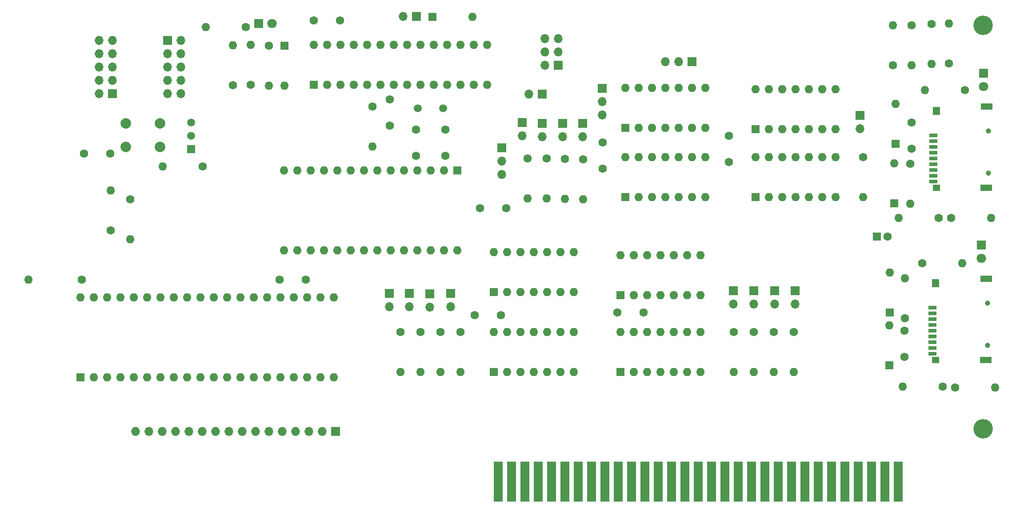
<source format=gbr>
%TF.GenerationSoftware,KiCad,Pcbnew,7.0.11+dfsg-1build4*%
%TF.CreationDate,2025-10-07T19:46:43-05:00*%
%TF.ProjectId,ISACard,49534143-6172-4642-9e6b-696361645f70,rev?*%
%TF.SameCoordinates,Original*%
%TF.FileFunction,Soldermask,Top*%
%TF.FilePolarity,Negative*%
%FSLAX46Y46*%
G04 Gerber Fmt 4.6, Leading zero omitted, Abs format (unit mm)*
G04 Created by KiCad (PCBNEW 7.0.11+dfsg-1build4) date 2025-10-07 19:46:43*
%MOMM*%
%LPD*%
G01*
G04 APERTURE LIST*
%ADD10C,1.600000*%
%ADD11O,1.600000X1.600000*%
%ADD12R,1.700000X1.700000*%
%ADD13O,1.700000X1.700000*%
%ADD14R,1.780000X7.620000*%
%ADD15R,1.600000X1.600000*%
%ADD16R,1.800000X1.800000*%
%ADD17C,1.800000*%
%ADD18R,1.500000X1.500000*%
%ADD19C,1.500000*%
%ADD20C,3.700000*%
%ADD21R,1.400000X1.600000*%
%ADD22C,1.000000*%
%ADD23R,2.200000X1.200000*%
%ADD24R,1.600000X0.700000*%
%ADD25R,1.400000X1.200000*%
%ADD26C,2.000000*%
G04 APERTURE END LIST*
D10*
%TO.C,R9*%
X119690000Y-81510000D03*
D11*
X119690000Y-89130000D03*
%TD*%
D10*
%TO.C,R4*%
X188540000Y-124490000D03*
D11*
X188540000Y-132110000D03*
%TD*%
D12*
%TO.C,JP7*%
X126750000Y-117160000D03*
D13*
X126750000Y-119700000D03*
%TD*%
D10*
%TO.C,R17*%
X87340000Y-92910000D03*
D11*
X79720000Y-92910000D03*
%TD*%
D10*
%TO.C,C15*%
X163560000Y-93380000D03*
X163560000Y-88380000D03*
%TD*%
D14*
%TO.C,J1*%
X219890000Y-153070000D03*
X217350000Y-153070000D03*
X214810000Y-153070000D03*
X212270000Y-153070000D03*
X209730000Y-153070000D03*
X207190000Y-153070000D03*
X204650000Y-153070000D03*
X202110000Y-153070000D03*
X199570000Y-153070000D03*
X197030000Y-153070000D03*
X194490000Y-153070000D03*
X191950000Y-153070000D03*
X189410000Y-153070000D03*
X186870000Y-153070000D03*
X184330000Y-153070000D03*
X181790000Y-153070000D03*
X179250000Y-153070000D03*
X176710000Y-153070000D03*
X174170000Y-153070000D03*
X171630000Y-153070000D03*
X169090000Y-153070000D03*
X166550000Y-153070000D03*
X164010000Y-153070000D03*
X161470000Y-153070000D03*
X158930000Y-153070000D03*
X156390000Y-153070000D03*
X153850000Y-153070000D03*
X151310000Y-153070000D03*
X148770000Y-153070000D03*
X146230000Y-153070000D03*
X143690000Y-153070000D03*
%TD*%
D12*
%TO.C,JP12*%
X159760000Y-84670000D03*
D13*
X159760000Y-87210000D03*
%TD*%
D15*
%TO.C,D6*%
X218230000Y-120770000D03*
D11*
X218230000Y-113150000D03*
%TD*%
D10*
%TO.C,C11*%
X171376000Y-120812000D03*
X166376000Y-120812000D03*
%TD*%
%TO.C,C3*%
X128000000Y-85860000D03*
X128000000Y-90860000D03*
%TD*%
D15*
%TO.C,U3*%
X166950000Y-117505000D03*
D11*
X169490000Y-117505000D03*
X172030000Y-117505000D03*
X174570000Y-117505000D03*
X177110000Y-117505000D03*
X179650000Y-117505000D03*
X182190000Y-117505000D03*
X182190000Y-109885000D03*
X179650000Y-109885000D03*
X177110000Y-109885000D03*
X174570000Y-109885000D03*
X172030000Y-109885000D03*
X169490000Y-109885000D03*
X166950000Y-109885000D03*
%TD*%
D12*
%TO.C,JP5*%
X134560000Y-117160000D03*
D13*
X134560000Y-119700000D03*
%TD*%
D10*
%TO.C,R12*%
X159800000Y-91550000D03*
D11*
X159800000Y-99170000D03*
%TD*%
D12*
%TO.C,JP3*%
X192370000Y-116640000D03*
D13*
X192370000Y-119180000D03*
%TD*%
D12*
%TO.C,JP10*%
X152040000Y-79120000D03*
D13*
X149500000Y-79120000D03*
%TD*%
D10*
%TO.C,R21*%
X226222000Y-65714000D03*
D11*
X226222000Y-73334000D03*
%TD*%
D15*
%TO.C,D9*%
X219364000Y-88580000D03*
D11*
X219364000Y-80960000D03*
%TD*%
D10*
%TO.C,R3*%
X192350000Y-124490000D03*
D11*
X192350000Y-132110000D03*
%TD*%
D10*
%TO.C,R5*%
X136470000Y-124490000D03*
D11*
X136470000Y-132110000D03*
%TD*%
D15*
%TO.C,D4*%
X218180000Y-130820000D03*
D11*
X218180000Y-123200000D03*
%TD*%
D10*
%TO.C,R31*%
X221120000Y-121890000D03*
D11*
X221120000Y-114270000D03*
%TD*%
D16*
%TO.C,D5*%
X236090000Y-75100000D03*
D17*
X236090000Y-77640000D03*
%TD*%
D10*
%TO.C,R20*%
X73590000Y-99190000D03*
D11*
X73590000Y-106810000D03*
%TD*%
D15*
%TO.C,U11*%
X108480000Y-77340000D03*
D11*
X111020000Y-77340000D03*
X113560000Y-77340000D03*
X116100000Y-77340000D03*
X118640000Y-77340000D03*
X121180000Y-77340000D03*
X123720000Y-77340000D03*
X126260000Y-77340000D03*
X128800000Y-77340000D03*
X131340000Y-77340000D03*
X133880000Y-77340000D03*
X136420000Y-77340000D03*
X138960000Y-77340000D03*
X141500000Y-77340000D03*
X141500000Y-69720000D03*
X138960000Y-69720000D03*
X136420000Y-69720000D03*
X133880000Y-69720000D03*
X131340000Y-69720000D03*
X128800000Y-69720000D03*
X126260000Y-69720000D03*
X123720000Y-69720000D03*
X121180000Y-69720000D03*
X118640000Y-69720000D03*
X116100000Y-69720000D03*
X113560000Y-69720000D03*
X111020000Y-69720000D03*
X108480000Y-69720000D03*
%TD*%
D12*
%TO.C,JP18*%
X144340000Y-89350000D03*
D13*
X144340000Y-91890000D03*
X144340000Y-94430000D03*
%TD*%
D12*
%TO.C,JP15*%
X148220000Y-84530000D03*
D13*
X148220000Y-87070000D03*
%TD*%
D12*
%TO.C,J5*%
X112700000Y-143460000D03*
D13*
X110160000Y-143460000D03*
X107620000Y-143460000D03*
X105080000Y-143460000D03*
X102540000Y-143460000D03*
X100000000Y-143460000D03*
X97460000Y-143460000D03*
X94920000Y-143460000D03*
X92380000Y-143460000D03*
X89840000Y-143460000D03*
X87300000Y-143460000D03*
X84760000Y-143460000D03*
X82220000Y-143460000D03*
X79680000Y-143460000D03*
X77140000Y-143460000D03*
X74600000Y-143460000D03*
%TD*%
D18*
%TO.C,Q1*%
X85110000Y-89580000D03*
D19*
X85110000Y-87040000D03*
X85110000Y-84500000D03*
%TD*%
D15*
%TO.C,C17*%
X215826000Y-106334000D03*
D10*
X217826000Y-106334000D03*
%TD*%
D20*
%TO.C,H1*%
X236000000Y-66000000D03*
%TD*%
D19*
%TO.C,Y1*%
X133180000Y-81830000D03*
X128300000Y-81830000D03*
%TD*%
D10*
%TO.C,R19*%
X69810000Y-105110000D03*
D11*
X69810000Y-97490000D03*
%TD*%
D10*
%TO.C,C14*%
X107020000Y-114540000D03*
X102020000Y-114540000D03*
%TD*%
%TO.C,R28*%
X227570000Y-102770000D03*
D11*
X219950000Y-102770000D03*
%TD*%
D12*
%TO.C,J3*%
X80630000Y-68850000D03*
D13*
X83170000Y-68850000D03*
X80630000Y-71390000D03*
X83170000Y-71390000D03*
X80630000Y-73930000D03*
X83170000Y-73930000D03*
X80630000Y-76470000D03*
X83170000Y-76470000D03*
X80630000Y-79010000D03*
X83170000Y-79010000D03*
%TD*%
D10*
%TO.C,C4*%
X133540000Y-90860000D03*
X133540000Y-85860000D03*
%TD*%
%TO.C,R25*%
X218856000Y-73588000D03*
D11*
X218856000Y-65968000D03*
%TD*%
D10*
%TO.C,R34*%
X93110000Y-77400000D03*
D11*
X93110000Y-69780000D03*
%TD*%
D10*
%TO.C,C2*%
X113480000Y-65050000D03*
X108480000Y-65050000D03*
%TD*%
D15*
%TO.C,U9*%
X167894000Y-85598000D03*
D11*
X170434000Y-85598000D03*
X172974000Y-85598000D03*
X175514000Y-85598000D03*
X178054000Y-85598000D03*
X180594000Y-85598000D03*
X183134000Y-85598000D03*
X183134000Y-77978000D03*
X180594000Y-77978000D03*
X178054000Y-77978000D03*
X175514000Y-77978000D03*
X172974000Y-77978000D03*
X170434000Y-77978000D03*
X167894000Y-77978000D03*
%TD*%
D12*
%TO.C,JP11*%
X212610000Y-83200000D03*
D13*
X212610000Y-85740000D03*
%TD*%
D10*
%TO.C,R13*%
X156390000Y-91500000D03*
D11*
X156390000Y-99120000D03*
%TD*%
D10*
%TO.C,R14*%
X152880000Y-91390000D03*
D11*
X152880000Y-99010000D03*
%TD*%
D10*
%TO.C,C5*%
X64760000Y-90470000D03*
X69760000Y-90470000D03*
%TD*%
D21*
%TO.C,U13*%
X227140000Y-82370000D03*
D22*
X237040000Y-86170000D03*
X237040000Y-94170000D03*
D23*
X236640000Y-96970000D03*
D24*
X226540000Y-86970000D03*
X226540000Y-88070000D03*
X226540000Y-89170000D03*
X226540000Y-90270000D03*
X226540000Y-91370000D03*
X226540000Y-92470000D03*
X226540000Y-93570000D03*
X226540000Y-94670000D03*
X226540000Y-95770000D03*
D25*
X227140000Y-96970000D03*
D23*
X236740000Y-81470000D03*
%TD*%
D10*
%TO.C,R7*%
X128850000Y-124490000D03*
D11*
X128850000Y-132110000D03*
%TD*%
D10*
%TO.C,C7*%
X222412000Y-84550000D03*
X222412000Y-89550000D03*
%TD*%
D12*
%TO.C,JP1*%
X200200000Y-116610000D03*
D13*
X200200000Y-119150000D03*
%TD*%
D12*
%TO.C,JP9*%
X128110000Y-64320000D03*
D13*
X125570000Y-64320000D03*
%TD*%
D10*
%TO.C,R15*%
X149280000Y-91440000D03*
D11*
X149280000Y-99060000D03*
%TD*%
D15*
%TO.C,U5*%
X64080000Y-133126000D03*
D11*
X66620000Y-133126000D03*
X69160000Y-133126000D03*
X71700000Y-133126000D03*
X74240000Y-133126000D03*
X76780000Y-133126000D03*
X79320000Y-133126000D03*
X81860000Y-133126000D03*
X84400000Y-133126000D03*
X86940000Y-133126000D03*
X89480000Y-133126000D03*
X92020000Y-133126000D03*
X94560000Y-133126000D03*
X97100000Y-133126000D03*
X99640000Y-133126000D03*
X102180000Y-133126000D03*
X104720000Y-133126000D03*
X107260000Y-133126000D03*
X109800000Y-133126000D03*
X112340000Y-133126000D03*
X112340000Y-117886000D03*
X109800000Y-117886000D03*
X107260000Y-117886000D03*
X104720000Y-117886000D03*
X102180000Y-117886000D03*
X99640000Y-117886000D03*
X97100000Y-117886000D03*
X94560000Y-117886000D03*
X92020000Y-117886000D03*
X89480000Y-117886000D03*
X86940000Y-117886000D03*
X84400000Y-117886000D03*
X81860000Y-117886000D03*
X79320000Y-117886000D03*
X76780000Y-117886000D03*
X74240000Y-117886000D03*
X71700000Y-117886000D03*
X69160000Y-117886000D03*
X66620000Y-117886000D03*
X64080000Y-117886000D03*
%TD*%
D10*
%TO.C,R11*%
X213160000Y-91160000D03*
D11*
X213160000Y-98780000D03*
%TD*%
D26*
%TO.C,SW1*%
X72740000Y-84720000D03*
X79240000Y-84720000D03*
X72740000Y-89220000D03*
X79240000Y-89220000D03*
%TD*%
D12*
%TO.C,JP13*%
X155960000Y-84710000D03*
D13*
X155960000Y-87250000D03*
%TD*%
D10*
%TO.C,C12*%
X144198000Y-121320000D03*
X139198000Y-121320000D03*
%TD*%
%TO.C,R32*%
X224450000Y-111350000D03*
D11*
X232070000Y-111350000D03*
%TD*%
D20*
%TO.C,H2*%
X236000000Y-142930000D03*
%TD*%
D10*
%TO.C,R2*%
X196160000Y-124490000D03*
D11*
X196160000Y-132110000D03*
%TD*%
D10*
%TO.C,R22*%
X229524000Y-73260000D03*
D11*
X229524000Y-65640000D03*
%TD*%
D10*
%TO.C,R23*%
X95560000Y-66330000D03*
D11*
X87940000Y-66330000D03*
%TD*%
D10*
%TO.C,R27*%
X230730000Y-135050000D03*
D11*
X238350000Y-135050000D03*
%TD*%
D10*
%TO.C,R24*%
X222412000Y-65968000D03*
D11*
X222412000Y-73588000D03*
%TD*%
D16*
%TO.C,D7*%
X235680000Y-107910000D03*
D17*
X235680000Y-110450000D03*
%TD*%
D21*
%TO.C,U12*%
X227010000Y-115230000D03*
D22*
X236910000Y-119030000D03*
X236910000Y-127030000D03*
D23*
X236510000Y-129830000D03*
D24*
X226410000Y-119830000D03*
X226410000Y-120930000D03*
X226410000Y-122030000D03*
X226410000Y-123130000D03*
X226410000Y-124230000D03*
X226410000Y-125330000D03*
X226410000Y-126430000D03*
X226410000Y-127530000D03*
X226410000Y-128630000D03*
D25*
X227010000Y-129830000D03*
D23*
X236610000Y-114330000D03*
%TD*%
D12*
%TO.C,JP4*%
X188430000Y-116600000D03*
D13*
X188430000Y-119140000D03*
%TD*%
D15*
%TO.C,U1*%
X166945000Y-132100000D03*
D11*
X169485000Y-132100000D03*
X172025000Y-132100000D03*
X174565000Y-132100000D03*
X177105000Y-132100000D03*
X179645000Y-132100000D03*
X182185000Y-132100000D03*
X182185000Y-124480000D03*
X179645000Y-124480000D03*
X177105000Y-124480000D03*
X174565000Y-124480000D03*
X172025000Y-124480000D03*
X169485000Y-124480000D03*
X166945000Y-124480000D03*
%TD*%
D10*
%TO.C,R1*%
X199970000Y-124490000D03*
D11*
X199970000Y-132110000D03*
%TD*%
D15*
%TO.C,U6*%
X192680000Y-98740000D03*
D11*
X195220000Y-98740000D03*
X197760000Y-98740000D03*
X200300000Y-98740000D03*
X202840000Y-98740000D03*
X205380000Y-98740000D03*
X207920000Y-98740000D03*
X207920000Y-91120000D03*
X205380000Y-91120000D03*
X202840000Y-91120000D03*
X200300000Y-91120000D03*
X197760000Y-91120000D03*
X195220000Y-91120000D03*
X192680000Y-91120000D03*
%TD*%
D15*
%TO.C,U4*%
X142815000Y-116860000D03*
D11*
X145355000Y-116860000D03*
X147895000Y-116860000D03*
X150435000Y-116860000D03*
X152975000Y-116860000D03*
X155515000Y-116860000D03*
X158055000Y-116860000D03*
X158055000Y-109240000D03*
X155515000Y-109240000D03*
X152975000Y-109240000D03*
X150435000Y-109240000D03*
X147895000Y-109240000D03*
X145355000Y-109240000D03*
X142815000Y-109240000D03*
%TD*%
D10*
%TO.C,C13*%
X145210000Y-100870000D03*
X140210000Y-100870000D03*
%TD*%
%TO.C,R29*%
X229890000Y-102750000D03*
D11*
X237510000Y-102750000D03*
%TD*%
D16*
%TO.C,D3*%
X98000000Y-65620000D03*
D17*
X100540000Y-65620000D03*
%TD*%
D10*
%TO.C,R35*%
X96460000Y-77360000D03*
D11*
X96460000Y-69740000D03*
%TD*%
D10*
%TO.C,C16*%
X187632000Y-92110000D03*
X187632000Y-87110000D03*
%TD*%
D12*
%TO.C,JP19*%
X163500000Y-78040000D03*
D13*
X163500000Y-80580000D03*
X163500000Y-83120000D03*
%TD*%
D12*
%TO.C,JP2*%
X196290000Y-116630000D03*
D13*
X196290000Y-119170000D03*
%TD*%
D15*
%TO.C,U8*%
X192715000Y-85790000D03*
D11*
X195255000Y-85790000D03*
X197795000Y-85790000D03*
X200335000Y-85790000D03*
X202875000Y-85790000D03*
X205415000Y-85790000D03*
X207955000Y-85790000D03*
X207955000Y-78170000D03*
X205415000Y-78170000D03*
X202875000Y-78170000D03*
X200335000Y-78170000D03*
X197795000Y-78170000D03*
X195255000Y-78170000D03*
X192715000Y-78170000D03*
%TD*%
D15*
%TO.C,U2*%
X142815000Y-132100000D03*
D11*
X145355000Y-132100000D03*
X147895000Y-132100000D03*
X150435000Y-132100000D03*
X152975000Y-132100000D03*
X155515000Y-132100000D03*
X158055000Y-132100000D03*
X158055000Y-124480000D03*
X155515000Y-124480000D03*
X152975000Y-124480000D03*
X150435000Y-124480000D03*
X147895000Y-124480000D03*
X145355000Y-124480000D03*
X142815000Y-124480000D03*
%TD*%
D10*
%TO.C,R6*%
X132660000Y-124490000D03*
D11*
X132660000Y-132110000D03*
%TD*%
D10*
%TO.C,R30*%
X232570000Y-78360000D03*
D11*
X224950000Y-78360000D03*
%TD*%
D15*
%TO.C,D8*%
X219120000Y-99950000D03*
D11*
X219120000Y-92330000D03*
%TD*%
D15*
%TO.C,U10*%
X135830000Y-93700000D03*
D11*
X133290000Y-93700000D03*
X130750000Y-93700000D03*
X128210000Y-93700000D03*
X125670000Y-93700000D03*
X123130000Y-93700000D03*
X120590000Y-93700000D03*
X118050000Y-93700000D03*
X115510000Y-93700000D03*
X112970000Y-93700000D03*
X110430000Y-93700000D03*
X107890000Y-93700000D03*
X105350000Y-93700000D03*
X102810000Y-93700000D03*
X102810000Y-108940000D03*
X105350000Y-108940000D03*
X107890000Y-108940000D03*
X110430000Y-108940000D03*
X112970000Y-108940000D03*
X115510000Y-108940000D03*
X118050000Y-108940000D03*
X120590000Y-108940000D03*
X123130000Y-108940000D03*
X125670000Y-108940000D03*
X128210000Y-108940000D03*
X130750000Y-108940000D03*
X133290000Y-108940000D03*
X135830000Y-108940000D03*
%TD*%
D10*
%TO.C,R26*%
X228320000Y-134950000D03*
D11*
X220700000Y-134950000D03*
%TD*%
D12*
%TO.C,J2*%
X155070000Y-73650000D03*
D13*
X152530000Y-73650000D03*
X155070000Y-71110000D03*
X152530000Y-71110000D03*
X155070000Y-68570000D03*
X152530000Y-68570000D03*
%TD*%
D15*
%TO.C,D1*%
X131100000Y-64370000D03*
D11*
X138720000Y-64370000D03*
%TD*%
D12*
%TO.C,JP14*%
X152020000Y-84670000D03*
D13*
X152020000Y-87210000D03*
%TD*%
D12*
%TO.C,JP8*%
X122880000Y-117160000D03*
D13*
X122880000Y-119700000D03*
%TD*%
D10*
%TO.C,R33*%
X222158000Y-92384000D03*
D11*
X222158000Y-100004000D03*
%TD*%
D12*
%TO.C,J4*%
X70180000Y-79050000D03*
D13*
X67640000Y-79050000D03*
X70180000Y-76510000D03*
X67640000Y-76510000D03*
X70180000Y-73970000D03*
X67640000Y-73970000D03*
X70180000Y-71430000D03*
X67640000Y-71430000D03*
X70180000Y-68890000D03*
X67640000Y-68890000D03*
%TD*%
D15*
%TO.C,U7*%
X167889000Y-98796000D03*
D11*
X170429000Y-98796000D03*
X172969000Y-98796000D03*
X175509000Y-98796000D03*
X178049000Y-98796000D03*
X180589000Y-98796000D03*
X183129000Y-98796000D03*
X183129000Y-91176000D03*
X180589000Y-91176000D03*
X178049000Y-91176000D03*
X175509000Y-91176000D03*
X172969000Y-91176000D03*
X170429000Y-91176000D03*
X167889000Y-91176000D03*
%TD*%
D10*
%TO.C,C6*%
X221060000Y-129230000D03*
X221060000Y-124230000D03*
%TD*%
D12*
%TO.C,JP17*%
X180570000Y-72950000D03*
D13*
X178030000Y-72950000D03*
X175490000Y-72950000D03*
%TD*%
D15*
%TO.C,D2*%
X102970000Y-69860000D03*
D11*
X102970000Y-77480000D03*
%TD*%
D10*
%TO.C,C1*%
X123040000Y-80130000D03*
X123040000Y-85130000D03*
%TD*%
D12*
%TO.C,JP6*%
X130580000Y-117200000D03*
D13*
X130580000Y-119740000D03*
%TD*%
D10*
%TO.C,R10*%
X64350000Y-114500000D03*
D11*
X54190000Y-114500000D03*
%TD*%
D10*
%TO.C,R18*%
X99980000Y-69860000D03*
D11*
X99980000Y-77480000D03*
%TD*%
D10*
%TO.C,R8*%
X125040000Y-124490000D03*
D11*
X125040000Y-132110000D03*
%TD*%
M02*

</source>
